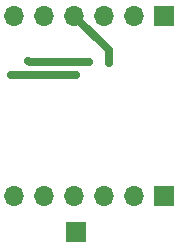
<source format=gbr>
%TF.GenerationSoftware,KiCad,Pcbnew,8.0.6-8.0.6-0~ubuntu24.04.1*%
%TF.CreationDate,2025-04-08T22:12:18-04:00*%
%TF.ProjectId,super-mini-mesh-kicad,73757065-722d-46d6-996e-692d6d657368,rev?*%
%TF.SameCoordinates,Original*%
%TF.FileFunction,Copper,L2,Bot*%
%TF.FilePolarity,Positive*%
%FSLAX46Y46*%
G04 Gerber Fmt 4.6, Leading zero omitted, Abs format (unit mm)*
G04 Created by KiCad (PCBNEW 8.0.6-8.0.6-0~ubuntu24.04.1) date 2025-04-08 22:12:18*
%MOMM*%
%LPD*%
G01*
G04 APERTURE LIST*
%TA.AperFunction,ComponentPad*%
%ADD10R,1.700000X1.700000*%
%TD*%
%TA.AperFunction,ComponentPad*%
%ADD11O,1.700000X1.700000*%
%TD*%
%TA.AperFunction,ViaPad*%
%ADD12C,0.600000*%
%TD*%
%TA.AperFunction,Conductor*%
%ADD13C,0.700000*%
%TD*%
G04 APERTURE END LIST*
D10*
%TO.P,J3,1,Pin_1*%
%TO.N,ant*%
X122000000Y-34800000D03*
%TD*%
%TO.P,J2,1,Pin_1*%
%TO.N,Net-(J2-Pin_1)*%
X129500000Y-31740000D03*
D11*
%TO.P,J2,2,Pin_2*%
%TO.N,Net-(J2-Pin_2)*%
X126960000Y-31740000D03*
%TO.P,J2,3,Pin_3*%
%TO.N,Net-(J2-Pin_3)*%
X124420000Y-31740000D03*
%TO.P,J2,4,Pin_4*%
%TO.N,ant*%
X121880000Y-31740000D03*
%TO.P,J2,5,Pin_5*%
%TO.N,Net-(J2-Pin_5)*%
X119340000Y-31740000D03*
%TO.P,J2,6,Pin_6*%
%TO.N,Net-(J2-Pin_6)*%
X116800000Y-31740000D03*
%TD*%
D10*
%TO.P,J1,1,Pin_1*%
%TO.N,Net-(J1-Pin_1)*%
X129500000Y-16500000D03*
D11*
%TO.P,J1,2,Pin_2*%
%TO.N,Net-(J1-Pin_2)*%
X126960000Y-16500000D03*
%TO.P,J1,3,Pin_3*%
%TO.N,Net-(J1-Pin_3)*%
X124420000Y-16500000D03*
%TO.P,J1,4,Pin_4*%
%TO.N,Net-(J1-Pin_4)*%
X121880000Y-16500000D03*
%TO.P,J1,5,Pin_5*%
%TO.N,Net-(J1-Pin_5)*%
X119340000Y-16500000D03*
%TO.P,J1,6,Pin_6*%
%TO.N,Net-(J1-Pin_6)*%
X116800000Y-16500000D03*
%TD*%
D12*
%TO.N,Net-(J1-Pin_4)*%
X124800000Y-20500000D03*
%TO.N,Net-(J1-Pin_5)*%
X123100000Y-20400000D03*
X118000000Y-20300000D03*
%TO.N,Net-(J1-Pin_6)*%
X116500000Y-21500000D03*
X122000000Y-21500000D03*
%TD*%
D13*
%TO.N,Net-(J1-Pin_4)*%
X124800000Y-20500000D02*
X124800000Y-19420000D01*
X124800000Y-19420000D02*
X121880000Y-16500000D01*
%TO.N,Net-(J1-Pin_5)*%
X123100000Y-20400000D02*
X118100000Y-20400000D01*
X118100000Y-20400000D02*
X118000000Y-20300000D01*
%TO.N,Net-(J1-Pin_6)*%
X122000000Y-21500000D02*
X116500000Y-21500000D01*
%TD*%
M02*

</source>
